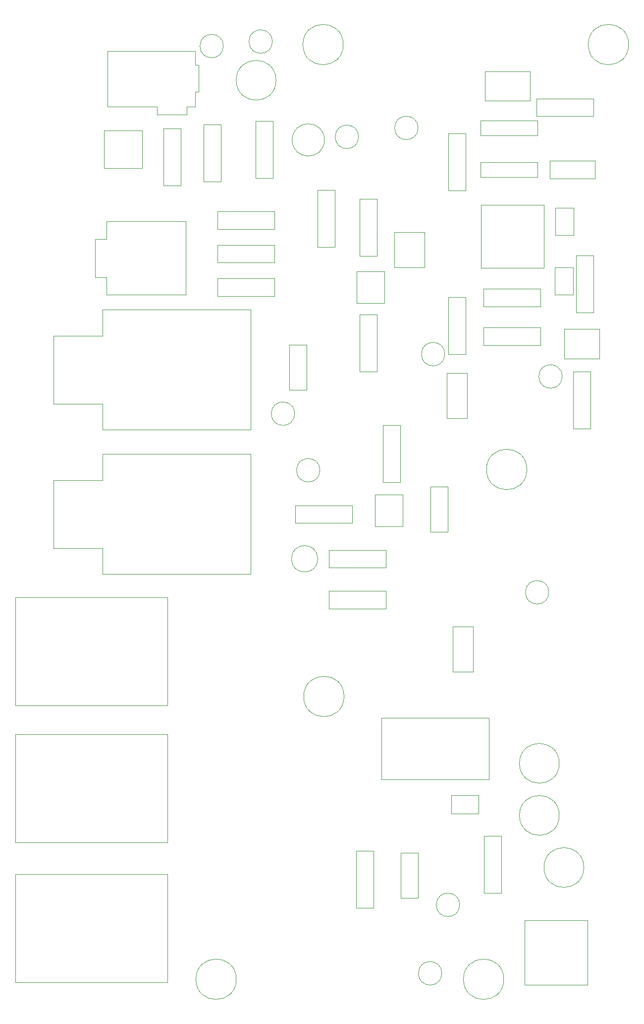
<source format=gbr>
G04 #@! TF.GenerationSoftware,KiCad,Pcbnew,(5.1.10-1-10_14)*
G04 #@! TF.CreationDate,2021-11-12T14:31:54-05:00*
G04 #@! TF.ProjectId,Guitar_Amp,47756974-6172-45f4-916d-702e6b696361,rev?*
G04 #@! TF.SameCoordinates,Original*
G04 #@! TF.FileFunction,Other,User*
%FSLAX46Y46*%
G04 Gerber Fmt 4.6, Leading zero omitted, Abs format (unit mm)*
G04 Created by KiCad (PCBNEW (5.1.10-1-10_14)) date 2021-11-12 14:31:54*
%MOMM*%
%LPD*%
G01*
G04 APERTURE LIST*
%ADD10C,0.050000*%
G04 APERTURE END LIST*
D10*
X109696000Y-217424000D02*
G75*
G03*
X109696000Y-217424000I-2000000J0D01*
G01*
X112744000Y-205740000D02*
G75*
G03*
X112744000Y-205740000I-2000000J0D01*
G01*
X88868000Y-131572000D02*
G75*
G03*
X88868000Y-131572000I-2000000J0D01*
G01*
X127984000Y-152400000D02*
G75*
G03*
X127984000Y-152400000I-2000000J0D01*
G01*
X130270000Y-115570000D02*
G75*
G03*
X130270000Y-115570000I-2000000J0D01*
G01*
X110204000Y-111760000D02*
G75*
G03*
X110204000Y-111760000I-2000000J0D01*
G01*
X105632000Y-73152000D02*
G75*
G03*
X105632000Y-73152000I-2000000J0D01*
G01*
X84550000Y-121920000D02*
G75*
G03*
X84550000Y-121920000I-2000000J0D01*
G01*
X95472000Y-74676000D02*
G75*
G03*
X95472000Y-74676000I-2000000J0D01*
G01*
X72358000Y-59182000D02*
G75*
G03*
X72358000Y-59182000I-2000000J0D01*
G01*
X80740000Y-58420000D02*
G75*
G03*
X80740000Y-58420000I-2000000J0D01*
G01*
X92985000Y-170180000D02*
G75*
G03*
X92985000Y-170180000I-3450000J0D01*
G01*
X124227000Y-131445000D02*
G75*
G03*
X124227000Y-131445000I-3450000J0D01*
G01*
X129765000Y-190480000D02*
G75*
G03*
X129765000Y-190480000I-3400000J0D01*
G01*
X117094000Y-68540000D02*
X124794000Y-68540000D01*
X117094000Y-63540000D02*
X117094000Y-68540000D01*
X124794000Y-63540000D02*
X117094000Y-63540000D01*
X124794000Y-68540000D02*
X124794000Y-63540000D01*
X132106000Y-96994000D02*
X129006000Y-96994000D01*
X129006000Y-96994000D02*
X129006000Y-101594000D01*
X129006000Y-101594000D02*
X132106000Y-101594000D01*
X132106000Y-101594000D02*
X132106000Y-96994000D01*
X36830000Y-195048000D02*
X62830000Y-195048000D01*
X36830000Y-176648000D02*
X36830000Y-195048000D01*
X62830000Y-176648000D02*
X36830000Y-176648000D01*
X62830000Y-195048000D02*
X62830000Y-176648000D01*
X65916000Y-89127000D02*
X65916000Y-101627000D01*
X52416000Y-89127000D02*
X52416000Y-92127000D01*
X52416000Y-92127000D02*
X50416000Y-92127000D01*
X50416000Y-92127000D02*
X50416000Y-98627000D01*
X50416000Y-98627000D02*
X52416000Y-98627000D01*
X52416000Y-98627000D02*
X52416000Y-101627000D01*
X52416000Y-101627000D02*
X65916000Y-101627000D01*
X65916000Y-89127000D02*
X52416000Y-89127000D01*
X71985000Y-72610000D02*
X68985000Y-72610000D01*
X68985000Y-72610000D02*
X68985000Y-82330000D01*
X68985000Y-82330000D02*
X71985000Y-82330000D01*
X71985000Y-82330000D02*
X71985000Y-72610000D01*
X58495000Y-80065000D02*
X58495000Y-73615000D01*
X51995000Y-80065000D02*
X58495000Y-80065000D01*
X51995000Y-73615000D02*
X51995000Y-80065000D01*
X58495000Y-73615000D02*
X51995000Y-73615000D01*
X110720000Y-142066000D02*
X110720000Y-134366000D01*
X107720000Y-142066000D02*
X110720000Y-142066000D01*
X107720000Y-134366000D02*
X107720000Y-142066000D01*
X110720000Y-134366000D02*
X107720000Y-134366000D01*
X102640000Y-196850000D02*
X102640000Y-204550000D01*
X105640000Y-196850000D02*
X102640000Y-196850000D01*
X105640000Y-204550000D02*
X105640000Y-196850000D01*
X102640000Y-204550000D02*
X105640000Y-204550000D01*
X86590000Y-117856000D02*
X86590000Y-110156000D01*
X83590000Y-117856000D02*
X86590000Y-117856000D01*
X83590000Y-110156000D02*
X83590000Y-117856000D01*
X86590000Y-110156000D02*
X83590000Y-110156000D01*
X117755000Y-184360000D02*
X117755000Y-173810000D01*
X99405000Y-184360000D02*
X117755000Y-184360000D01*
X99405000Y-173810000D02*
X99405000Y-184360000D01*
X117755000Y-173810000D02*
X99405000Y-173810000D01*
X127133000Y-86284000D02*
X116433000Y-86284000D01*
X127133000Y-97084000D02*
X127133000Y-86284000D01*
X116433000Y-97084000D02*
X127133000Y-97084000D01*
X116433000Y-86284000D02*
X116433000Y-97084000D01*
X36830000Y-218924000D02*
X62830000Y-218924000D01*
X36830000Y-200524000D02*
X36830000Y-218924000D01*
X62830000Y-200524000D02*
X36830000Y-200524000D01*
X62830000Y-218924000D02*
X62830000Y-200524000D01*
X36830000Y-171680000D02*
X62830000Y-171680000D01*
X36830000Y-153280000D02*
X36830000Y-171680000D01*
X62830000Y-153280000D02*
X36830000Y-153280000D01*
X62830000Y-171680000D02*
X62830000Y-153280000D01*
X116864000Y-194022000D02*
X116864000Y-203742000D01*
X119864000Y-194022000D02*
X116864000Y-194022000D01*
X119864000Y-203742000D02*
X119864000Y-194022000D01*
X116864000Y-203742000D02*
X119864000Y-203742000D01*
X84675000Y-140565000D02*
X94395000Y-140565000D01*
X84675000Y-137565000D02*
X84675000Y-140565000D01*
X94395000Y-137565000D02*
X84675000Y-137565000D01*
X94395000Y-140565000D02*
X94395000Y-137565000D01*
X98020000Y-206282000D02*
X98020000Y-196562000D01*
X95020000Y-206282000D02*
X98020000Y-206282000D01*
X95020000Y-196562000D02*
X95020000Y-206282000D01*
X98020000Y-196562000D02*
X95020000Y-196562000D01*
X100110000Y-145185000D02*
X90390000Y-145185000D01*
X100110000Y-148185000D02*
X100110000Y-145185000D01*
X90390000Y-148185000D02*
X100110000Y-148185000D01*
X90390000Y-145185000D02*
X90390000Y-148185000D01*
X90390000Y-155170000D02*
X100110000Y-155170000D01*
X90390000Y-152170000D02*
X90390000Y-155170000D01*
X100110000Y-152170000D02*
X90390000Y-152170000D01*
X100110000Y-155170000D02*
X100110000Y-152170000D01*
X102592000Y-133638000D02*
X102592000Y-123918000D01*
X99592000Y-133638000D02*
X102592000Y-133638000D01*
X99592000Y-123918000D02*
X99592000Y-133638000D01*
X102592000Y-123918000D02*
X99592000Y-123918000D01*
X132104000Y-114774000D02*
X132104000Y-124494000D01*
X135104000Y-114774000D02*
X132104000Y-114774000D01*
X135104000Y-124494000D02*
X135104000Y-114774000D01*
X132104000Y-124494000D02*
X135104000Y-124494000D01*
X132612000Y-94962000D02*
X132612000Y-104682000D01*
X135612000Y-94962000D02*
X132612000Y-94962000D01*
X135612000Y-104682000D02*
X135612000Y-94962000D01*
X132612000Y-104682000D02*
X135612000Y-104682000D01*
X110768000Y-102074000D02*
X110768000Y-111794000D01*
X113768000Y-102074000D02*
X110768000Y-102074000D01*
X113768000Y-111794000D02*
X113768000Y-102074000D01*
X110768000Y-111794000D02*
X113768000Y-111794000D01*
X126526000Y-107212000D02*
X116806000Y-107212000D01*
X126526000Y-110212000D02*
X126526000Y-107212000D01*
X116806000Y-110212000D02*
X126526000Y-110212000D01*
X116806000Y-107212000D02*
X116806000Y-110212000D01*
X116806000Y-103608000D02*
X126526000Y-103608000D01*
X116806000Y-100608000D02*
X116806000Y-103608000D01*
X126526000Y-100608000D02*
X116806000Y-100608000D01*
X126526000Y-103608000D02*
X126526000Y-100608000D01*
X135593800Y-68172200D02*
X125873800Y-68172200D01*
X135593800Y-71172200D02*
X135593800Y-68172200D01*
X125873800Y-71172200D02*
X135593800Y-71172200D01*
X125873800Y-68172200D02*
X125873800Y-71172200D01*
X113768000Y-83854000D02*
X113768000Y-74134000D01*
X110768000Y-83854000D02*
X113768000Y-83854000D01*
X110768000Y-74134000D02*
X110768000Y-83854000D01*
X113768000Y-74134000D02*
X110768000Y-74134000D01*
X88416000Y-83786000D02*
X88416000Y-93506000D01*
X91416000Y-83786000D02*
X88416000Y-83786000D01*
X91416000Y-93506000D02*
X91416000Y-83786000D01*
X88416000Y-93506000D02*
X91416000Y-93506000D01*
X98655000Y-95030000D02*
X98655000Y-85310000D01*
X95655000Y-95030000D02*
X98655000Y-95030000D01*
X95655000Y-85310000D02*
X95655000Y-95030000D01*
X98655000Y-85310000D02*
X95655000Y-85310000D01*
X62127000Y-73245000D02*
X62127000Y-82965000D01*
X65127000Y-73245000D02*
X62127000Y-73245000D01*
X65127000Y-82965000D02*
X65127000Y-73245000D01*
X62127000Y-82965000D02*
X65127000Y-82965000D01*
X98655000Y-104995000D02*
X95655000Y-104995000D01*
X95655000Y-104995000D02*
X95655000Y-114715000D01*
X95655000Y-114715000D02*
X98655000Y-114715000D01*
X98655000Y-114715000D02*
X98655000Y-104995000D01*
X77875000Y-71975000D02*
X77875000Y-81695000D01*
X80875000Y-71975000D02*
X77875000Y-71975000D01*
X80875000Y-81695000D02*
X80875000Y-71975000D01*
X77875000Y-81695000D02*
X80875000Y-81695000D01*
X71340000Y-96115000D02*
X81060000Y-96115000D01*
X71340000Y-93115000D02*
X71340000Y-96115000D01*
X81060000Y-93115000D02*
X71340000Y-93115000D01*
X81060000Y-96115000D02*
X81060000Y-93115000D01*
X71340000Y-101830000D02*
X81060000Y-101830000D01*
X71340000Y-98830000D02*
X71340000Y-101830000D01*
X81060000Y-98830000D02*
X71340000Y-98830000D01*
X81060000Y-101830000D02*
X81060000Y-98830000D01*
X71340000Y-90400000D02*
X81060000Y-90400000D01*
X71340000Y-87400000D02*
X71340000Y-90400000D01*
X81060000Y-87400000D02*
X71340000Y-87400000D01*
X81060000Y-90400000D02*
X81060000Y-87400000D01*
X102975000Y-135700000D02*
X102975000Y-141160000D01*
X102975000Y-135700000D02*
X98235000Y-135700000D01*
X98235000Y-141160000D02*
X102975000Y-141160000D01*
X98235000Y-141160000D02*
X98235000Y-135700000D01*
X95145000Y-103060000D02*
X95145000Y-97600000D01*
X95145000Y-103060000D02*
X99885000Y-103060000D01*
X99885000Y-97600000D02*
X95145000Y-97600000D01*
X99885000Y-97600000D02*
X99885000Y-103060000D01*
X123830000Y-208408000D02*
X123830000Y-219408000D01*
X134640000Y-208408000D02*
X123830000Y-208408000D01*
X134640000Y-219408000D02*
X134640000Y-208408000D01*
X123830000Y-219408000D02*
X134640000Y-219408000D01*
X51713464Y-144871250D02*
X51713464Y-149315000D01*
X43313464Y-144871250D02*
X51713464Y-144871250D01*
X43313464Y-133258750D02*
X43313464Y-144871250D01*
X51713464Y-133258750D02*
X43313464Y-133258750D01*
X51713464Y-128815000D02*
X51713464Y-133258750D01*
X77013464Y-128815000D02*
X51713464Y-128815000D01*
X77013464Y-149315000D02*
X77013464Y-128815000D01*
X51713464Y-149315000D02*
X77013464Y-149315000D01*
X68098000Y-62420000D02*
X67548000Y-62420000D01*
X68098000Y-67020000D02*
X68098000Y-62420000D01*
X67548000Y-67020000D02*
X68098000Y-67020000D01*
X67548000Y-67020000D02*
X67548000Y-69520000D01*
X67548000Y-60020000D02*
X67548000Y-62420000D01*
X52548000Y-60020000D02*
X67548000Y-60020000D01*
X52548000Y-69520000D02*
X52548000Y-60020000D01*
X60998000Y-69520000D02*
X52548000Y-69520000D01*
X60998000Y-70870000D02*
X60998000Y-69520000D01*
X66098000Y-70870000D02*
X60998000Y-70870000D01*
X66098000Y-69520000D02*
X66098000Y-70870000D01*
X67548000Y-69520000D02*
X66098000Y-69520000D01*
X51713464Y-120233250D02*
X51713464Y-124677000D01*
X43313464Y-120233250D02*
X51713464Y-120233250D01*
X43313464Y-108620750D02*
X43313464Y-120233250D01*
X51713464Y-108620750D02*
X43313464Y-108620750D01*
X51713464Y-104177000D02*
X51713464Y-108620750D01*
X77013464Y-104177000D02*
X51713464Y-104177000D01*
X77013464Y-124677000D02*
X77013464Y-104177000D01*
X51713464Y-124677000D02*
X77013464Y-124677000D01*
X92858000Y-58928000D02*
G75*
G03*
X92858000Y-58928000I-3450000J0D01*
G01*
X141626000Y-58928000D02*
G75*
G03*
X141626000Y-58928000I-3450000J0D01*
G01*
X74570000Y-218440000D02*
G75*
G03*
X74570000Y-218440000I-3450000J0D01*
G01*
X120290000Y-218440000D02*
G75*
G03*
X120290000Y-218440000I-3450000J0D01*
G01*
X126018000Y-79014000D02*
X116298000Y-79014000D01*
X126018000Y-81514000D02*
X126018000Y-79014000D01*
X116298000Y-81514000D02*
X126018000Y-81514000D01*
X116298000Y-79014000D02*
X116298000Y-81514000D01*
X116298000Y-74402000D02*
X126018000Y-74402000D01*
X116298000Y-71902000D02*
X116298000Y-74402000D01*
X126018000Y-71902000D02*
X116298000Y-71902000D01*
X126018000Y-74402000D02*
X126018000Y-71902000D01*
X133956000Y-199370000D02*
G75*
G03*
X133956000Y-199370000I-3400000J0D01*
G01*
X88495000Y-146685000D02*
G75*
G03*
X88495000Y-146685000I-2250000J0D01*
G01*
X129765000Y-181590000D02*
G75*
G03*
X129765000Y-181590000I-3400000J0D01*
G01*
X115945000Y-187045000D02*
X111345000Y-187045000D01*
X115945000Y-190145000D02*
X115945000Y-187045000D01*
X111345000Y-190145000D02*
X115945000Y-190145000D01*
X111345000Y-187045000D02*
X111345000Y-190145000D01*
X111534000Y-158242000D02*
X111534000Y-165942000D01*
X115034000Y-158242000D02*
X111534000Y-158242000D01*
X115034000Y-165942000D02*
X115034000Y-158242000D01*
X111534000Y-165942000D02*
X115034000Y-165942000D01*
X130604000Y-107452000D02*
X130604000Y-112552000D01*
X136604000Y-107452000D02*
X130604000Y-107452000D01*
X136604000Y-112552000D02*
X136604000Y-107452000D01*
X130604000Y-112552000D02*
X136604000Y-112552000D01*
X114018000Y-122682000D02*
X114018000Y-114982000D01*
X110518000Y-122682000D02*
X114018000Y-122682000D01*
X110518000Y-114982000D02*
X110518000Y-122682000D01*
X114018000Y-114982000D02*
X110518000Y-114982000D01*
X135890000Y-78764000D02*
X128190000Y-78764000D01*
X135890000Y-81764000D02*
X135890000Y-78764000D01*
X128190000Y-81764000D02*
X135890000Y-81764000D01*
X128190000Y-78764000D02*
X128190000Y-81764000D01*
X132233000Y-91434000D02*
X132233000Y-86834000D01*
X129133000Y-91434000D02*
X132233000Y-91434000D01*
X129133000Y-86834000D02*
X129133000Y-91434000D01*
X132233000Y-86834000D02*
X129133000Y-86834000D01*
X101610000Y-96980000D02*
X106710000Y-96980000D01*
X101610000Y-90980000D02*
X101610000Y-96980000D01*
X106710000Y-90980000D02*
X101610000Y-90980000D01*
X106710000Y-96980000D02*
X106710000Y-90980000D01*
X89618000Y-75200000D02*
G75*
G03*
X89618000Y-75200000I-2750000J0D01*
G01*
X81358000Y-65024000D02*
G75*
G03*
X81358000Y-65024000I-3400000J0D01*
G01*
M02*

</source>
